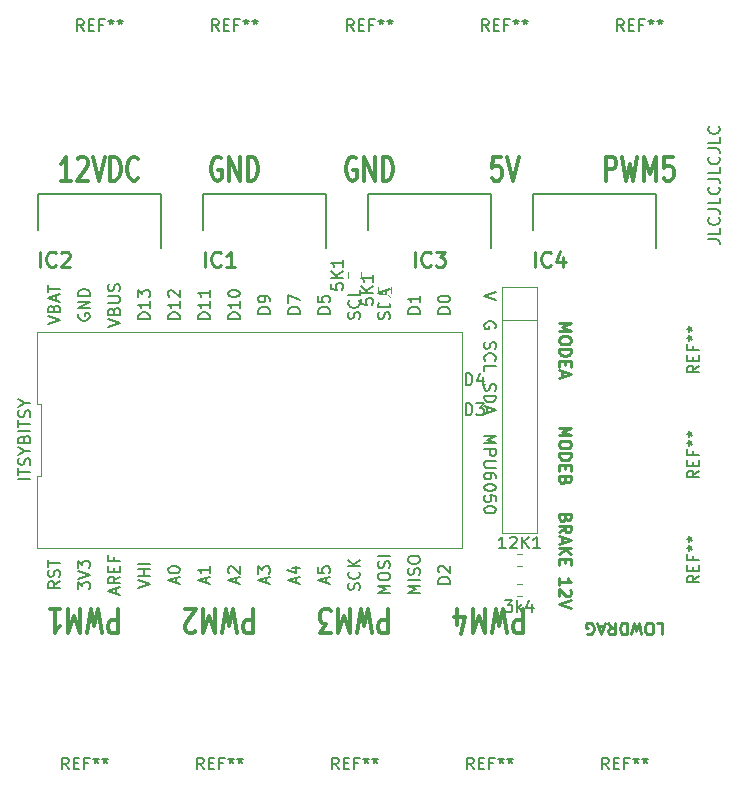
<source format=gto>
G04 #@! TF.GenerationSoftware,KiCad,Pcbnew,(5.1.10)-1*
G04 #@! TF.CreationDate,2022-02-18T16:50:56-06:00*
G04 #@! TF.ProjectId,MainBoard,4d61696e-426f-4617-9264-2e6b69636164,rev?*
G04 #@! TF.SameCoordinates,Original*
G04 #@! TF.FileFunction,Legend,Top*
G04 #@! TF.FilePolarity,Positive*
%FSLAX46Y46*%
G04 Gerber Fmt 4.6, Leading zero omitted, Abs format (unit mm)*
G04 Created by KiCad (PCBNEW (5.1.10)-1) date 2022-02-18 16:50:56*
%MOMM*%
%LPD*%
G01*
G04 APERTURE LIST*
%ADD10C,0.150000*%
%ADD11C,0.250000*%
%ADD12C,0.300000*%
%ADD13C,0.120000*%
%ADD14C,0.200000*%
%ADD15C,0.254000*%
%ADD16C,2.000000*%
%ADD17C,7.620000*%
%ADD18C,1.980000*%
%ADD19R,1.980000X1.980000*%
G04 APERTURE END LIST*
D10*
X74382380Y-33829047D02*
X75096666Y-33829047D01*
X75239523Y-33876666D01*
X75334761Y-33971904D01*
X75382380Y-34114761D01*
X75382380Y-34210000D01*
X75382380Y-32876666D02*
X75382380Y-33352857D01*
X74382380Y-33352857D01*
X75287142Y-31971904D02*
X75334761Y-32019523D01*
X75382380Y-32162380D01*
X75382380Y-32257619D01*
X75334761Y-32400476D01*
X75239523Y-32495714D01*
X75144285Y-32543333D01*
X74953809Y-32590952D01*
X74810952Y-32590952D01*
X74620476Y-32543333D01*
X74525238Y-32495714D01*
X74430000Y-32400476D01*
X74382380Y-32257619D01*
X74382380Y-32162380D01*
X74430000Y-32019523D01*
X74477619Y-31971904D01*
X74382380Y-31257619D02*
X75096666Y-31257619D01*
X75239523Y-31305238D01*
X75334761Y-31400476D01*
X75382380Y-31543333D01*
X75382380Y-31638571D01*
X75382380Y-30305238D02*
X75382380Y-30781428D01*
X74382380Y-30781428D01*
X75287142Y-29400476D02*
X75334761Y-29448095D01*
X75382380Y-29590952D01*
X75382380Y-29686190D01*
X75334761Y-29829047D01*
X75239523Y-29924285D01*
X75144285Y-29971904D01*
X74953809Y-30019523D01*
X74810952Y-30019523D01*
X74620476Y-29971904D01*
X74525238Y-29924285D01*
X74430000Y-29829047D01*
X74382380Y-29686190D01*
X74382380Y-29590952D01*
X74430000Y-29448095D01*
X74477619Y-29400476D01*
X74382380Y-28686190D02*
X75096666Y-28686190D01*
X75239523Y-28733809D01*
X75334761Y-28829047D01*
X75382380Y-28971904D01*
X75382380Y-29067142D01*
X75382380Y-27733809D02*
X75382380Y-28210000D01*
X74382380Y-28210000D01*
X75287142Y-26829047D02*
X75334761Y-26876666D01*
X75382380Y-27019523D01*
X75382380Y-27114761D01*
X75334761Y-27257619D01*
X75239523Y-27352857D01*
X75144285Y-27400476D01*
X74953809Y-27448095D01*
X74810952Y-27448095D01*
X74620476Y-27400476D01*
X74525238Y-27352857D01*
X74430000Y-27257619D01*
X74382380Y-27114761D01*
X74382380Y-27019523D01*
X74430000Y-26876666D01*
X74477619Y-26829047D01*
X74382380Y-26114761D02*
X75096666Y-26114761D01*
X75239523Y-26162380D01*
X75334761Y-26257619D01*
X75382380Y-26400476D01*
X75382380Y-26495714D01*
X75382380Y-25162380D02*
X75382380Y-25638571D01*
X74382380Y-25638571D01*
X75287142Y-24257619D02*
X75334761Y-24305238D01*
X75382380Y-24448095D01*
X75382380Y-24543333D01*
X75334761Y-24686190D01*
X75239523Y-24781428D01*
X75144285Y-24829047D01*
X74953809Y-24876666D01*
X74810952Y-24876666D01*
X74620476Y-24829047D01*
X74525238Y-24781428D01*
X74430000Y-24686190D01*
X74382380Y-24543333D01*
X74382380Y-24448095D01*
X74430000Y-24305238D01*
X74477619Y-24257619D01*
D11*
X61777619Y-40941904D02*
X62777619Y-40941904D01*
X62063333Y-41275238D01*
X62777619Y-41608571D01*
X61777619Y-41608571D01*
X62777619Y-42275238D02*
X62777619Y-42465714D01*
X62730000Y-42560952D01*
X62634761Y-42656190D01*
X62444285Y-42703809D01*
X62110952Y-42703809D01*
X61920476Y-42656190D01*
X61825238Y-42560952D01*
X61777619Y-42465714D01*
X61777619Y-42275238D01*
X61825238Y-42180000D01*
X61920476Y-42084761D01*
X62110952Y-42037142D01*
X62444285Y-42037142D01*
X62634761Y-42084761D01*
X62730000Y-42180000D01*
X62777619Y-42275238D01*
X61777619Y-43132380D02*
X62777619Y-43132380D01*
X62777619Y-43370476D01*
X62730000Y-43513333D01*
X62634761Y-43608571D01*
X62539523Y-43656190D01*
X62349047Y-43703809D01*
X62206190Y-43703809D01*
X62015714Y-43656190D01*
X61920476Y-43608571D01*
X61825238Y-43513333D01*
X61777619Y-43370476D01*
X61777619Y-43132380D01*
X62301428Y-44132380D02*
X62301428Y-44465714D01*
X61777619Y-44608571D02*
X61777619Y-44132380D01*
X62777619Y-44132380D01*
X62777619Y-44608571D01*
X62063333Y-44989523D02*
X62063333Y-45465714D01*
X61777619Y-44894285D02*
X62777619Y-45227619D01*
X61777619Y-45560952D01*
X61777619Y-49760476D02*
X62777619Y-49760476D01*
X62063333Y-50093809D01*
X62777619Y-50427142D01*
X61777619Y-50427142D01*
X62777619Y-51093809D02*
X62777619Y-51284285D01*
X62730000Y-51379523D01*
X62634761Y-51474761D01*
X62444285Y-51522380D01*
X62110952Y-51522380D01*
X61920476Y-51474761D01*
X61825238Y-51379523D01*
X61777619Y-51284285D01*
X61777619Y-51093809D01*
X61825238Y-50998571D01*
X61920476Y-50903333D01*
X62110952Y-50855714D01*
X62444285Y-50855714D01*
X62634761Y-50903333D01*
X62730000Y-50998571D01*
X62777619Y-51093809D01*
X61777619Y-51950952D02*
X62777619Y-51950952D01*
X62777619Y-52189047D01*
X62730000Y-52331904D01*
X62634761Y-52427142D01*
X62539523Y-52474761D01*
X62349047Y-52522380D01*
X62206190Y-52522380D01*
X62015714Y-52474761D01*
X61920476Y-52427142D01*
X61825238Y-52331904D01*
X61777619Y-52189047D01*
X61777619Y-51950952D01*
X62301428Y-52950952D02*
X62301428Y-53284285D01*
X61777619Y-53427142D02*
X61777619Y-52950952D01*
X62777619Y-52950952D01*
X62777619Y-53427142D01*
X62301428Y-54189047D02*
X62253809Y-54331904D01*
X62206190Y-54379523D01*
X62110952Y-54427142D01*
X61968095Y-54427142D01*
X61872857Y-54379523D01*
X61825238Y-54331904D01*
X61777619Y-54236666D01*
X61777619Y-53855714D01*
X62777619Y-53855714D01*
X62777619Y-54189047D01*
X62730000Y-54284285D01*
X62682380Y-54331904D01*
X62587142Y-54379523D01*
X62491904Y-54379523D01*
X62396666Y-54331904D01*
X62349047Y-54284285D01*
X62301428Y-54189047D01*
X62301428Y-53855714D01*
X62301428Y-57388571D02*
X62253809Y-57531428D01*
X62206190Y-57579047D01*
X62110952Y-57626666D01*
X61968095Y-57626666D01*
X61872857Y-57579047D01*
X61825238Y-57531428D01*
X61777619Y-57436190D01*
X61777619Y-57055238D01*
X62777619Y-57055238D01*
X62777619Y-57388571D01*
X62730000Y-57483809D01*
X62682380Y-57531428D01*
X62587142Y-57579047D01*
X62491904Y-57579047D01*
X62396666Y-57531428D01*
X62349047Y-57483809D01*
X62301428Y-57388571D01*
X62301428Y-57055238D01*
X61777619Y-58626666D02*
X62253809Y-58293333D01*
X61777619Y-58055238D02*
X62777619Y-58055238D01*
X62777619Y-58436190D01*
X62730000Y-58531428D01*
X62682380Y-58579047D01*
X62587142Y-58626666D01*
X62444285Y-58626666D01*
X62349047Y-58579047D01*
X62301428Y-58531428D01*
X62253809Y-58436190D01*
X62253809Y-58055238D01*
X62063333Y-59007619D02*
X62063333Y-59483809D01*
X61777619Y-58912380D02*
X62777619Y-59245714D01*
X61777619Y-59579047D01*
X61777619Y-59912380D02*
X62777619Y-59912380D01*
X61777619Y-60483809D02*
X62349047Y-60055238D01*
X62777619Y-60483809D02*
X62206190Y-59912380D01*
X62301428Y-60912380D02*
X62301428Y-61245714D01*
X61777619Y-61388571D02*
X61777619Y-60912380D01*
X62777619Y-60912380D01*
X62777619Y-61388571D01*
X61777619Y-63102857D02*
X61777619Y-62531428D01*
X61777619Y-62817142D02*
X62777619Y-62817142D01*
X62634761Y-62721904D01*
X62539523Y-62626666D01*
X62491904Y-62531428D01*
X62682380Y-63483809D02*
X62730000Y-63531428D01*
X62777619Y-63626666D01*
X62777619Y-63864761D01*
X62730000Y-63960000D01*
X62682380Y-64007619D01*
X62587142Y-64055238D01*
X62491904Y-64055238D01*
X62349047Y-64007619D01*
X61777619Y-63436190D01*
X61777619Y-64055238D01*
X62777619Y-64340952D02*
X61777619Y-64674285D01*
X62777619Y-65007619D01*
X70024285Y-66277619D02*
X70500476Y-66277619D01*
X70500476Y-67277619D01*
X69500476Y-67277619D02*
X69310000Y-67277619D01*
X69214761Y-67230000D01*
X69119523Y-67134761D01*
X69071904Y-66944285D01*
X69071904Y-66610952D01*
X69119523Y-66420476D01*
X69214761Y-66325238D01*
X69310000Y-66277619D01*
X69500476Y-66277619D01*
X69595714Y-66325238D01*
X69690952Y-66420476D01*
X69738571Y-66610952D01*
X69738571Y-66944285D01*
X69690952Y-67134761D01*
X69595714Y-67230000D01*
X69500476Y-67277619D01*
X68738571Y-67277619D02*
X68500476Y-66277619D01*
X68310000Y-66991904D01*
X68119523Y-66277619D01*
X67881428Y-67277619D01*
X67500476Y-66277619D02*
X67500476Y-67277619D01*
X67262380Y-67277619D01*
X67119523Y-67230000D01*
X67024285Y-67134761D01*
X66976666Y-67039523D01*
X66929047Y-66849047D01*
X66929047Y-66706190D01*
X66976666Y-66515714D01*
X67024285Y-66420476D01*
X67119523Y-66325238D01*
X67262380Y-66277619D01*
X67500476Y-66277619D01*
X65929047Y-66277619D02*
X66262380Y-66753809D01*
X66500476Y-66277619D02*
X66500476Y-67277619D01*
X66119523Y-67277619D01*
X66024285Y-67230000D01*
X65976666Y-67182380D01*
X65929047Y-67087142D01*
X65929047Y-66944285D01*
X65976666Y-66849047D01*
X66024285Y-66801428D01*
X66119523Y-66753809D01*
X66500476Y-66753809D01*
X65548095Y-66563333D02*
X65071904Y-66563333D01*
X65643333Y-66277619D02*
X65310000Y-67277619D01*
X64976666Y-66277619D01*
X64119523Y-67230000D02*
X64214761Y-67277619D01*
X64357619Y-67277619D01*
X64500476Y-67230000D01*
X64595714Y-67134761D01*
X64643333Y-67039523D01*
X64690952Y-66849047D01*
X64690952Y-66706190D01*
X64643333Y-66515714D01*
X64595714Y-66420476D01*
X64500476Y-66325238D01*
X64357619Y-66277619D01*
X64262380Y-66277619D01*
X64119523Y-66325238D01*
X64071904Y-66372857D01*
X64071904Y-66706190D01*
X64262380Y-66706190D01*
D12*
X58701428Y-65135238D02*
X58701428Y-67135238D01*
X58130000Y-67135238D01*
X57987142Y-67040000D01*
X57915714Y-66944761D01*
X57844285Y-66754285D01*
X57844285Y-66468571D01*
X57915714Y-66278095D01*
X57987142Y-66182857D01*
X58130000Y-66087619D01*
X58701428Y-66087619D01*
X57344285Y-67135238D02*
X56987142Y-65135238D01*
X56701428Y-66563809D01*
X56415714Y-65135238D01*
X56058571Y-67135238D01*
X55487142Y-65135238D02*
X55487142Y-67135238D01*
X54987142Y-65706666D01*
X54487142Y-67135238D01*
X54487142Y-65135238D01*
X53130000Y-66468571D02*
X53130000Y-65135238D01*
X53487142Y-67230476D02*
X53844285Y-65801904D01*
X52915714Y-65801904D01*
X47271428Y-65135238D02*
X47271428Y-67135238D01*
X46700000Y-67135238D01*
X46557142Y-67040000D01*
X46485714Y-66944761D01*
X46414285Y-66754285D01*
X46414285Y-66468571D01*
X46485714Y-66278095D01*
X46557142Y-66182857D01*
X46700000Y-66087619D01*
X47271428Y-66087619D01*
X45914285Y-67135238D02*
X45557142Y-65135238D01*
X45271428Y-66563809D01*
X44985714Y-65135238D01*
X44628571Y-67135238D01*
X44057142Y-65135238D02*
X44057142Y-67135238D01*
X43557142Y-65706666D01*
X43057142Y-67135238D01*
X43057142Y-65135238D01*
X42485714Y-67135238D02*
X41557142Y-67135238D01*
X42057142Y-66373333D01*
X41842857Y-66373333D01*
X41700000Y-66278095D01*
X41628571Y-66182857D01*
X41557142Y-65992380D01*
X41557142Y-65516190D01*
X41628571Y-65325714D01*
X41700000Y-65230476D01*
X41842857Y-65135238D01*
X42271428Y-65135238D01*
X42414285Y-65230476D01*
X42485714Y-65325714D01*
X35841428Y-65135238D02*
X35841428Y-67135238D01*
X35270000Y-67135238D01*
X35127142Y-67040000D01*
X35055714Y-66944761D01*
X34984285Y-66754285D01*
X34984285Y-66468571D01*
X35055714Y-66278095D01*
X35127142Y-66182857D01*
X35270000Y-66087619D01*
X35841428Y-66087619D01*
X34484285Y-67135238D02*
X34127142Y-65135238D01*
X33841428Y-66563809D01*
X33555714Y-65135238D01*
X33198571Y-67135238D01*
X32627142Y-65135238D02*
X32627142Y-67135238D01*
X32127142Y-65706666D01*
X31627142Y-67135238D01*
X31627142Y-65135238D01*
X30984285Y-66944761D02*
X30912857Y-67040000D01*
X30770000Y-67135238D01*
X30412857Y-67135238D01*
X30270000Y-67040000D01*
X30198571Y-66944761D01*
X30127142Y-66754285D01*
X30127142Y-66563809D01*
X30198571Y-66278095D01*
X31055714Y-65135238D01*
X30127142Y-65135238D01*
X24411428Y-65135238D02*
X24411428Y-67135238D01*
X23840000Y-67135238D01*
X23697142Y-67040000D01*
X23625714Y-66944761D01*
X23554285Y-66754285D01*
X23554285Y-66468571D01*
X23625714Y-66278095D01*
X23697142Y-66182857D01*
X23840000Y-66087619D01*
X24411428Y-66087619D01*
X23054285Y-67135238D02*
X22697142Y-65135238D01*
X22411428Y-66563809D01*
X22125714Y-65135238D01*
X21768571Y-67135238D01*
X21197142Y-65135238D02*
X21197142Y-67135238D01*
X20697142Y-65706666D01*
X20197142Y-67135238D01*
X20197142Y-65135238D01*
X18697142Y-65135238D02*
X19554285Y-65135238D01*
X19125714Y-65135238D02*
X19125714Y-67135238D01*
X19268571Y-66849523D01*
X19411428Y-66659047D01*
X19554285Y-66563809D01*
X65758571Y-28844761D02*
X65758571Y-26844761D01*
X66330000Y-26844761D01*
X66472857Y-26940000D01*
X66544285Y-27035238D01*
X66615714Y-27225714D01*
X66615714Y-27511428D01*
X66544285Y-27701904D01*
X66472857Y-27797142D01*
X66330000Y-27892380D01*
X65758571Y-27892380D01*
X67115714Y-26844761D02*
X67472857Y-28844761D01*
X67758571Y-27416190D01*
X68044285Y-28844761D01*
X68401428Y-26844761D01*
X68972857Y-28844761D02*
X68972857Y-26844761D01*
X69472857Y-28273333D01*
X69972857Y-26844761D01*
X69972857Y-28844761D01*
X71401428Y-26844761D02*
X70687142Y-26844761D01*
X70615714Y-27797142D01*
X70687142Y-27701904D01*
X70830000Y-27606666D01*
X71187142Y-27606666D01*
X71330000Y-27701904D01*
X71401428Y-27797142D01*
X71472857Y-27987619D01*
X71472857Y-28463809D01*
X71401428Y-28654285D01*
X71330000Y-28749523D01*
X71187142Y-28844761D01*
X70830000Y-28844761D01*
X70687142Y-28749523D01*
X70615714Y-28654285D01*
X56864285Y-26844761D02*
X56150000Y-26844761D01*
X56078571Y-27797142D01*
X56150000Y-27701904D01*
X56292857Y-27606666D01*
X56650000Y-27606666D01*
X56792857Y-27701904D01*
X56864285Y-27797142D01*
X56935714Y-27987619D01*
X56935714Y-28463809D01*
X56864285Y-28654285D01*
X56792857Y-28749523D01*
X56650000Y-28844761D01*
X56292857Y-28844761D01*
X56150000Y-28749523D01*
X56078571Y-28654285D01*
X57364285Y-26844761D02*
X57864285Y-28844761D01*
X58364285Y-26844761D01*
X44577142Y-26940000D02*
X44434285Y-26844761D01*
X44220000Y-26844761D01*
X44005714Y-26940000D01*
X43862857Y-27130476D01*
X43791428Y-27320952D01*
X43720000Y-27701904D01*
X43720000Y-27987619D01*
X43791428Y-28368571D01*
X43862857Y-28559047D01*
X44005714Y-28749523D01*
X44220000Y-28844761D01*
X44362857Y-28844761D01*
X44577142Y-28749523D01*
X44648571Y-28654285D01*
X44648571Y-27987619D01*
X44362857Y-27987619D01*
X45291428Y-28844761D02*
X45291428Y-26844761D01*
X46148571Y-28844761D01*
X46148571Y-26844761D01*
X46862857Y-28844761D02*
X46862857Y-26844761D01*
X47220000Y-26844761D01*
X47434285Y-26940000D01*
X47577142Y-27130476D01*
X47648571Y-27320952D01*
X47720000Y-27701904D01*
X47720000Y-27987619D01*
X47648571Y-28368571D01*
X47577142Y-28559047D01*
X47434285Y-28749523D01*
X47220000Y-28844761D01*
X46862857Y-28844761D01*
X33147142Y-26940000D02*
X33004285Y-26844761D01*
X32790000Y-26844761D01*
X32575714Y-26940000D01*
X32432857Y-27130476D01*
X32361428Y-27320952D01*
X32290000Y-27701904D01*
X32290000Y-27987619D01*
X32361428Y-28368571D01*
X32432857Y-28559047D01*
X32575714Y-28749523D01*
X32790000Y-28844761D01*
X32932857Y-28844761D01*
X33147142Y-28749523D01*
X33218571Y-28654285D01*
X33218571Y-27987619D01*
X32932857Y-27987619D01*
X33861428Y-28844761D02*
X33861428Y-26844761D01*
X34718571Y-28844761D01*
X34718571Y-26844761D01*
X35432857Y-28844761D02*
X35432857Y-26844761D01*
X35790000Y-26844761D01*
X36004285Y-26940000D01*
X36147142Y-27130476D01*
X36218571Y-27320952D01*
X36290000Y-27701904D01*
X36290000Y-27987619D01*
X36218571Y-28368571D01*
X36147142Y-28559047D01*
X36004285Y-28749523D01*
X35790000Y-28844761D01*
X35432857Y-28844761D01*
X20431428Y-28844761D02*
X19574285Y-28844761D01*
X20002857Y-28844761D02*
X20002857Y-26844761D01*
X19860000Y-27130476D01*
X19717142Y-27320952D01*
X19574285Y-27416190D01*
X21002857Y-27035238D02*
X21074285Y-26940000D01*
X21217142Y-26844761D01*
X21574285Y-26844761D01*
X21717142Y-26940000D01*
X21788571Y-27035238D01*
X21860000Y-27225714D01*
X21860000Y-27416190D01*
X21788571Y-27701904D01*
X20931428Y-28844761D01*
X21860000Y-28844761D01*
X22288571Y-26844761D02*
X22788571Y-28844761D01*
X23288571Y-26844761D01*
X23788571Y-28844761D02*
X23788571Y-26844761D01*
X24145714Y-26844761D01*
X24360000Y-26940000D01*
X24502857Y-27130476D01*
X24574285Y-27320952D01*
X24645714Y-27701904D01*
X24645714Y-27987619D01*
X24574285Y-28368571D01*
X24502857Y-28559047D01*
X24360000Y-28749523D01*
X24145714Y-28844761D01*
X23788571Y-28844761D01*
X26145714Y-28654285D02*
X26074285Y-28749523D01*
X25860000Y-28844761D01*
X25717142Y-28844761D01*
X25502857Y-28749523D01*
X25360000Y-28559047D01*
X25288571Y-28368571D01*
X25217142Y-27987619D01*
X25217142Y-27701904D01*
X25288571Y-27320952D01*
X25360000Y-27130476D01*
X25502857Y-26940000D01*
X25717142Y-26844761D01*
X25860000Y-26844761D01*
X26074285Y-26940000D01*
X26145714Y-27035238D01*
D13*
X59920000Y-37870000D02*
X59920000Y-58650000D01*
X59920000Y-58650000D02*
X56920000Y-58650000D01*
X56920000Y-58650000D02*
X56920000Y-37870000D01*
X56920000Y-37870000D02*
X59920000Y-37870000D01*
X59920000Y-40640000D02*
X56920000Y-40640000D01*
X58657258Y-64022500D02*
X58182742Y-64022500D01*
X58657258Y-62977500D02*
X58182742Y-62977500D01*
X58182742Y-60437500D02*
X58657258Y-60437500D01*
X58182742Y-61482500D02*
X58657258Y-61482500D01*
D14*
X45610000Y-29950000D02*
X45610000Y-33020000D01*
X56010000Y-29950000D02*
X45610000Y-29950000D01*
X56010000Y-34550000D02*
X56010000Y-29950000D01*
X17670000Y-29950000D02*
X17670000Y-33020000D01*
X28070000Y-29950000D02*
X17670000Y-29950000D01*
X28070000Y-34550000D02*
X28070000Y-29950000D01*
D13*
X17550000Y-53839999D02*
X17550000Y-59919999D01*
X17910000Y-53839999D02*
X17550000Y-53839999D01*
X17910000Y-47760000D02*
X17910000Y-53839999D01*
X17550000Y-47760000D02*
X17910000Y-47760000D01*
X17550000Y-41680000D02*
X17550000Y-47760000D01*
X53570000Y-41680001D02*
X17550000Y-41680000D01*
X53570000Y-59920000D02*
X53570000Y-41680001D01*
X17550000Y-59919999D02*
X53570000Y-59920000D01*
D14*
X59580000Y-29950000D02*
X59580000Y-33020000D01*
X69980000Y-29950000D02*
X59580000Y-29950000D01*
X69980000Y-34550000D02*
X69980000Y-29950000D01*
X31640000Y-29950000D02*
X31640000Y-33020000D01*
X42040000Y-29950000D02*
X31640000Y-29950000D01*
X42040000Y-34550000D02*
X42040000Y-29950000D01*
D13*
X43927500Y-37067258D02*
X43927500Y-36592742D01*
X44972500Y-37067258D02*
X44972500Y-36592742D01*
X46467500Y-38337258D02*
X46467500Y-37862742D01*
X47512500Y-38337258D02*
X47512500Y-37862742D01*
D10*
X56427619Y-38292738D02*
X55427619Y-38626071D01*
X56427619Y-38959404D01*
X56380000Y-41340357D02*
X56427619Y-41245119D01*
X56427619Y-41102261D01*
X56380000Y-40959404D01*
X56284761Y-40864166D01*
X56189523Y-40816547D01*
X55999047Y-40768928D01*
X55856190Y-40768928D01*
X55665714Y-40816547D01*
X55570476Y-40864166D01*
X55475238Y-40959404D01*
X55427619Y-41102261D01*
X55427619Y-41197500D01*
X55475238Y-41340357D01*
X55522857Y-41387976D01*
X55856190Y-41387976D01*
X55856190Y-41197500D01*
X55475238Y-42530833D02*
X55427619Y-42673690D01*
X55427619Y-42911785D01*
X55475238Y-43007023D01*
X55522857Y-43054642D01*
X55618095Y-43102261D01*
X55713333Y-43102261D01*
X55808571Y-43054642D01*
X55856190Y-43007023D01*
X55903809Y-42911785D01*
X55951428Y-42721309D01*
X55999047Y-42626071D01*
X56046666Y-42578452D01*
X56141904Y-42530833D01*
X56237142Y-42530833D01*
X56332380Y-42578452D01*
X56380000Y-42626071D01*
X56427619Y-42721309D01*
X56427619Y-42959404D01*
X56380000Y-43102261D01*
X55522857Y-44102261D02*
X55475238Y-44054642D01*
X55427619Y-43911785D01*
X55427619Y-43816547D01*
X55475238Y-43673690D01*
X55570476Y-43578452D01*
X55665714Y-43530833D01*
X55856190Y-43483214D01*
X55999047Y-43483214D01*
X56189523Y-43530833D01*
X56284761Y-43578452D01*
X56380000Y-43673690D01*
X56427619Y-43816547D01*
X56427619Y-43911785D01*
X56380000Y-44054642D01*
X56332380Y-44102261D01*
X55427619Y-45007023D02*
X55427619Y-44530833D01*
X56427619Y-44530833D01*
X55475238Y-46054642D02*
X55427619Y-46197500D01*
X55427619Y-46435595D01*
X55475238Y-46530833D01*
X55522857Y-46578452D01*
X55618095Y-46626071D01*
X55713333Y-46626071D01*
X55808571Y-46578452D01*
X55856190Y-46530833D01*
X55903809Y-46435595D01*
X55951428Y-46245119D01*
X55999047Y-46149880D01*
X56046666Y-46102261D01*
X56141904Y-46054642D01*
X56237142Y-46054642D01*
X56332380Y-46102261D01*
X56380000Y-46149880D01*
X56427619Y-46245119D01*
X56427619Y-46483214D01*
X56380000Y-46626071D01*
X55427619Y-47054642D02*
X56427619Y-47054642D01*
X56427619Y-47292738D01*
X56380000Y-47435595D01*
X56284761Y-47530833D01*
X56189523Y-47578452D01*
X55999047Y-47626071D01*
X55856190Y-47626071D01*
X55665714Y-47578452D01*
X55570476Y-47530833D01*
X55475238Y-47435595D01*
X55427619Y-47292738D01*
X55427619Y-47054642D01*
X55713333Y-48007023D02*
X55713333Y-48483214D01*
X55427619Y-47911785D02*
X56427619Y-48245119D01*
X55427619Y-48578452D01*
X55427619Y-50435595D02*
X56427619Y-50435595D01*
X55713333Y-50768928D01*
X56427619Y-51102261D01*
X55427619Y-51102261D01*
X55427619Y-51578452D02*
X56427619Y-51578452D01*
X56427619Y-51959404D01*
X56380000Y-52054642D01*
X56332380Y-52102261D01*
X56237142Y-52149880D01*
X56094285Y-52149880D01*
X55999047Y-52102261D01*
X55951428Y-52054642D01*
X55903809Y-51959404D01*
X55903809Y-51578452D01*
X56427619Y-52578452D02*
X55618095Y-52578452D01*
X55522857Y-52626071D01*
X55475238Y-52673690D01*
X55427619Y-52768928D01*
X55427619Y-52959404D01*
X55475238Y-53054642D01*
X55522857Y-53102261D01*
X55618095Y-53149880D01*
X56427619Y-53149880D01*
X56427619Y-54054642D02*
X56427619Y-53864166D01*
X56380000Y-53768928D01*
X56332380Y-53721309D01*
X56189523Y-53626071D01*
X55999047Y-53578452D01*
X55618095Y-53578452D01*
X55522857Y-53626071D01*
X55475238Y-53673690D01*
X55427619Y-53768928D01*
X55427619Y-53959404D01*
X55475238Y-54054642D01*
X55522857Y-54102261D01*
X55618095Y-54149880D01*
X55856190Y-54149880D01*
X55951428Y-54102261D01*
X55999047Y-54054642D01*
X56046666Y-53959404D01*
X56046666Y-53768928D01*
X55999047Y-53673690D01*
X55951428Y-53626071D01*
X55856190Y-53578452D01*
X56427619Y-54768928D02*
X56427619Y-54864166D01*
X56380000Y-54959404D01*
X56332380Y-55007023D01*
X56237142Y-55054642D01*
X56046666Y-55102261D01*
X55808571Y-55102261D01*
X55618095Y-55054642D01*
X55522857Y-55007023D01*
X55475238Y-54959404D01*
X55427619Y-54864166D01*
X55427619Y-54768928D01*
X55475238Y-54673690D01*
X55522857Y-54626071D01*
X55618095Y-54578452D01*
X55808571Y-54530833D01*
X56046666Y-54530833D01*
X56237142Y-54578452D01*
X56332380Y-54626071D01*
X56380000Y-54673690D01*
X56427619Y-54768928D01*
X56427619Y-56007023D02*
X56427619Y-55530833D01*
X55951428Y-55483214D01*
X55999047Y-55530833D01*
X56046666Y-55626071D01*
X56046666Y-55864166D01*
X55999047Y-55959404D01*
X55951428Y-56007023D01*
X55856190Y-56054642D01*
X55618095Y-56054642D01*
X55522857Y-56007023D01*
X55475238Y-55959404D01*
X55427619Y-55864166D01*
X55427619Y-55626071D01*
X55475238Y-55530833D01*
X55522857Y-55483214D01*
X56427619Y-56673690D02*
X56427619Y-56768928D01*
X56380000Y-56864166D01*
X56332380Y-56911785D01*
X56237142Y-56959404D01*
X56046666Y-57007023D01*
X55808571Y-57007023D01*
X55618095Y-56959404D01*
X55522857Y-56911785D01*
X55475238Y-56864166D01*
X55427619Y-56768928D01*
X55427619Y-56673690D01*
X55475238Y-56578452D01*
X55522857Y-56530833D01*
X55618095Y-56483214D01*
X55808571Y-56435595D01*
X56046666Y-56435595D01*
X56237142Y-56483214D01*
X56332380Y-56530833D01*
X56380000Y-56578452D01*
X56427619Y-56673690D01*
X57205714Y-64382380D02*
X57824761Y-64382380D01*
X57491428Y-64763333D01*
X57634285Y-64763333D01*
X57729523Y-64810952D01*
X57777142Y-64858571D01*
X57824761Y-64953809D01*
X57824761Y-65191904D01*
X57777142Y-65287142D01*
X57729523Y-65334761D01*
X57634285Y-65382380D01*
X57348571Y-65382380D01*
X57253333Y-65334761D01*
X57205714Y-65287142D01*
X58253333Y-65382380D02*
X58253333Y-64382380D01*
X58348571Y-65001428D02*
X58634285Y-65382380D01*
X58634285Y-64715714D02*
X58253333Y-65096666D01*
X59491428Y-64715714D02*
X59491428Y-65382380D01*
X59253333Y-64334761D02*
X59015238Y-65049047D01*
X59634285Y-65049047D01*
X57253333Y-59982380D02*
X56681904Y-59982380D01*
X56967619Y-59982380D02*
X56967619Y-58982380D01*
X56872380Y-59125238D01*
X56777142Y-59220476D01*
X56681904Y-59268095D01*
X57634285Y-59077619D02*
X57681904Y-59030000D01*
X57777142Y-58982380D01*
X58015238Y-58982380D01*
X58110476Y-59030000D01*
X58158095Y-59077619D01*
X58205714Y-59172857D01*
X58205714Y-59268095D01*
X58158095Y-59410952D01*
X57586666Y-59982380D01*
X58205714Y-59982380D01*
X58634285Y-59982380D02*
X58634285Y-58982380D01*
X59205714Y-59982380D02*
X58777142Y-59410952D01*
X59205714Y-58982380D02*
X58634285Y-59553809D01*
X60158095Y-59982380D02*
X59586666Y-59982380D01*
X59872380Y-59982380D02*
X59872380Y-58982380D01*
X59777142Y-59125238D01*
X59681904Y-59220476D01*
X59586666Y-59268095D01*
X73612380Y-44513333D02*
X73136190Y-44846666D01*
X73612380Y-45084761D02*
X72612380Y-45084761D01*
X72612380Y-44703809D01*
X72660000Y-44608571D01*
X72707619Y-44560952D01*
X72802857Y-44513333D01*
X72945714Y-44513333D01*
X73040952Y-44560952D01*
X73088571Y-44608571D01*
X73136190Y-44703809D01*
X73136190Y-45084761D01*
X73088571Y-44084761D02*
X73088571Y-43751428D01*
X73612380Y-43608571D02*
X73612380Y-44084761D01*
X72612380Y-44084761D01*
X72612380Y-43608571D01*
X73088571Y-42846666D02*
X73088571Y-43180000D01*
X73612380Y-43180000D02*
X72612380Y-43180000D01*
X72612380Y-42703809D01*
X72612380Y-42180000D02*
X72850476Y-42180000D01*
X72755238Y-42418095D02*
X72850476Y-42180000D01*
X72755238Y-41941904D01*
X73040952Y-42322857D02*
X72850476Y-42180000D01*
X73040952Y-42037142D01*
X72612380Y-41418095D02*
X72850476Y-41418095D01*
X72755238Y-41656190D02*
X72850476Y-41418095D01*
X72755238Y-41180000D01*
X73040952Y-41560952D02*
X72850476Y-41418095D01*
X73040952Y-41275238D01*
D15*
X49560238Y-36134523D02*
X49560238Y-34864523D01*
X50890714Y-36013571D02*
X50830238Y-36074047D01*
X50648809Y-36134523D01*
X50527857Y-36134523D01*
X50346428Y-36074047D01*
X50225476Y-35953095D01*
X50165000Y-35832142D01*
X50104523Y-35590238D01*
X50104523Y-35408809D01*
X50165000Y-35166904D01*
X50225476Y-35045952D01*
X50346428Y-34925000D01*
X50527857Y-34864523D01*
X50648809Y-34864523D01*
X50830238Y-34925000D01*
X50890714Y-34985476D01*
X51314047Y-34864523D02*
X52100238Y-34864523D01*
X51676904Y-35348333D01*
X51858333Y-35348333D01*
X51979285Y-35408809D01*
X52039761Y-35469285D01*
X52100238Y-35590238D01*
X52100238Y-35892619D01*
X52039761Y-36013571D01*
X51979285Y-36074047D01*
X51858333Y-36134523D01*
X51495476Y-36134523D01*
X51374523Y-36074047D01*
X51314047Y-36013571D01*
X17810238Y-36134523D02*
X17810238Y-34864523D01*
X19140714Y-36013571D02*
X19080238Y-36074047D01*
X18898809Y-36134523D01*
X18777857Y-36134523D01*
X18596428Y-36074047D01*
X18475476Y-35953095D01*
X18415000Y-35832142D01*
X18354523Y-35590238D01*
X18354523Y-35408809D01*
X18415000Y-35166904D01*
X18475476Y-35045952D01*
X18596428Y-34925000D01*
X18777857Y-34864523D01*
X18898809Y-34864523D01*
X19080238Y-34925000D01*
X19140714Y-34985476D01*
X19624523Y-34985476D02*
X19685000Y-34925000D01*
X19805952Y-34864523D01*
X20108333Y-34864523D01*
X20229285Y-34925000D01*
X20289761Y-34985476D01*
X20350238Y-35106428D01*
X20350238Y-35227380D01*
X20289761Y-35408809D01*
X19564047Y-36134523D01*
X20350238Y-36134523D01*
D10*
X73612380Y-53403333D02*
X73136190Y-53736666D01*
X73612380Y-53974761D02*
X72612380Y-53974761D01*
X72612380Y-53593809D01*
X72660000Y-53498571D01*
X72707619Y-53450952D01*
X72802857Y-53403333D01*
X72945714Y-53403333D01*
X73040952Y-53450952D01*
X73088571Y-53498571D01*
X73136190Y-53593809D01*
X73136190Y-53974761D01*
X73088571Y-52974761D02*
X73088571Y-52641428D01*
X73612380Y-52498571D02*
X73612380Y-52974761D01*
X72612380Y-52974761D01*
X72612380Y-52498571D01*
X73088571Y-51736666D02*
X73088571Y-52070000D01*
X73612380Y-52070000D02*
X72612380Y-52070000D01*
X72612380Y-51593809D01*
X72612380Y-51070000D02*
X72850476Y-51070000D01*
X72755238Y-51308095D02*
X72850476Y-51070000D01*
X72755238Y-50831904D01*
X73040952Y-51212857D02*
X72850476Y-51070000D01*
X73040952Y-50927142D01*
X72612380Y-50308095D02*
X72850476Y-50308095D01*
X72755238Y-50546190D02*
X72850476Y-50308095D01*
X72755238Y-50070000D01*
X73040952Y-50450952D02*
X72850476Y-50308095D01*
X73040952Y-50165238D01*
X73612380Y-62293333D02*
X73136190Y-62626666D01*
X73612380Y-62864761D02*
X72612380Y-62864761D01*
X72612380Y-62483809D01*
X72660000Y-62388571D01*
X72707619Y-62340952D01*
X72802857Y-62293333D01*
X72945714Y-62293333D01*
X73040952Y-62340952D01*
X73088571Y-62388571D01*
X73136190Y-62483809D01*
X73136190Y-62864761D01*
X73088571Y-61864761D02*
X73088571Y-61531428D01*
X73612380Y-61388571D02*
X73612380Y-61864761D01*
X72612380Y-61864761D01*
X72612380Y-61388571D01*
X73088571Y-60626666D02*
X73088571Y-60960000D01*
X73612380Y-60960000D02*
X72612380Y-60960000D01*
X72612380Y-60483809D01*
X72612380Y-59960000D02*
X72850476Y-59960000D01*
X72755238Y-60198095D02*
X72850476Y-59960000D01*
X72755238Y-59721904D01*
X73040952Y-60102857D02*
X72850476Y-59960000D01*
X73040952Y-59817142D01*
X72612380Y-59198095D02*
X72850476Y-59198095D01*
X72755238Y-59436190D02*
X72850476Y-59198095D01*
X72755238Y-58960000D01*
X73040952Y-59340952D02*
X72850476Y-59198095D01*
X73040952Y-59055238D01*
X65976666Y-78692380D02*
X65643333Y-78216190D01*
X65405238Y-78692380D02*
X65405238Y-77692380D01*
X65786190Y-77692380D01*
X65881428Y-77740000D01*
X65929047Y-77787619D01*
X65976666Y-77882857D01*
X65976666Y-78025714D01*
X65929047Y-78120952D01*
X65881428Y-78168571D01*
X65786190Y-78216190D01*
X65405238Y-78216190D01*
X66405238Y-78168571D02*
X66738571Y-78168571D01*
X66881428Y-78692380D02*
X66405238Y-78692380D01*
X66405238Y-77692380D01*
X66881428Y-77692380D01*
X67643333Y-78168571D02*
X67310000Y-78168571D01*
X67310000Y-78692380D02*
X67310000Y-77692380D01*
X67786190Y-77692380D01*
X68310000Y-77692380D02*
X68310000Y-77930476D01*
X68071904Y-77835238D02*
X68310000Y-77930476D01*
X68548095Y-77835238D01*
X68167142Y-78120952D02*
X68310000Y-77930476D01*
X68452857Y-78120952D01*
X69071904Y-77692380D02*
X69071904Y-77930476D01*
X68833809Y-77835238D02*
X69071904Y-77930476D01*
X69310000Y-77835238D01*
X68929047Y-78120952D02*
X69071904Y-77930476D01*
X69214761Y-78120952D01*
X54546666Y-78692380D02*
X54213333Y-78216190D01*
X53975238Y-78692380D02*
X53975238Y-77692380D01*
X54356190Y-77692380D01*
X54451428Y-77740000D01*
X54499047Y-77787619D01*
X54546666Y-77882857D01*
X54546666Y-78025714D01*
X54499047Y-78120952D01*
X54451428Y-78168571D01*
X54356190Y-78216190D01*
X53975238Y-78216190D01*
X54975238Y-78168571D02*
X55308571Y-78168571D01*
X55451428Y-78692380D02*
X54975238Y-78692380D01*
X54975238Y-77692380D01*
X55451428Y-77692380D01*
X56213333Y-78168571D02*
X55880000Y-78168571D01*
X55880000Y-78692380D02*
X55880000Y-77692380D01*
X56356190Y-77692380D01*
X56880000Y-77692380D02*
X56880000Y-77930476D01*
X56641904Y-77835238D02*
X56880000Y-77930476D01*
X57118095Y-77835238D01*
X56737142Y-78120952D02*
X56880000Y-77930476D01*
X57022857Y-78120952D01*
X57641904Y-77692380D02*
X57641904Y-77930476D01*
X57403809Y-77835238D02*
X57641904Y-77930476D01*
X57880000Y-77835238D01*
X57499047Y-78120952D02*
X57641904Y-77930476D01*
X57784761Y-78120952D01*
X43116666Y-78692380D02*
X42783333Y-78216190D01*
X42545238Y-78692380D02*
X42545238Y-77692380D01*
X42926190Y-77692380D01*
X43021428Y-77740000D01*
X43069047Y-77787619D01*
X43116666Y-77882857D01*
X43116666Y-78025714D01*
X43069047Y-78120952D01*
X43021428Y-78168571D01*
X42926190Y-78216190D01*
X42545238Y-78216190D01*
X43545238Y-78168571D02*
X43878571Y-78168571D01*
X44021428Y-78692380D02*
X43545238Y-78692380D01*
X43545238Y-77692380D01*
X44021428Y-77692380D01*
X44783333Y-78168571D02*
X44450000Y-78168571D01*
X44450000Y-78692380D02*
X44450000Y-77692380D01*
X44926190Y-77692380D01*
X45450000Y-77692380D02*
X45450000Y-77930476D01*
X45211904Y-77835238D02*
X45450000Y-77930476D01*
X45688095Y-77835238D01*
X45307142Y-78120952D02*
X45450000Y-77930476D01*
X45592857Y-78120952D01*
X46211904Y-77692380D02*
X46211904Y-77930476D01*
X45973809Y-77835238D02*
X46211904Y-77930476D01*
X46450000Y-77835238D01*
X46069047Y-78120952D02*
X46211904Y-77930476D01*
X46354761Y-78120952D01*
X31686666Y-78692380D02*
X31353333Y-78216190D01*
X31115238Y-78692380D02*
X31115238Y-77692380D01*
X31496190Y-77692380D01*
X31591428Y-77740000D01*
X31639047Y-77787619D01*
X31686666Y-77882857D01*
X31686666Y-78025714D01*
X31639047Y-78120952D01*
X31591428Y-78168571D01*
X31496190Y-78216190D01*
X31115238Y-78216190D01*
X32115238Y-78168571D02*
X32448571Y-78168571D01*
X32591428Y-78692380D02*
X32115238Y-78692380D01*
X32115238Y-77692380D01*
X32591428Y-77692380D01*
X33353333Y-78168571D02*
X33020000Y-78168571D01*
X33020000Y-78692380D02*
X33020000Y-77692380D01*
X33496190Y-77692380D01*
X34020000Y-77692380D02*
X34020000Y-77930476D01*
X33781904Y-77835238D02*
X34020000Y-77930476D01*
X34258095Y-77835238D01*
X33877142Y-78120952D02*
X34020000Y-77930476D01*
X34162857Y-78120952D01*
X34781904Y-77692380D02*
X34781904Y-77930476D01*
X34543809Y-77835238D02*
X34781904Y-77930476D01*
X35020000Y-77835238D01*
X34639047Y-78120952D02*
X34781904Y-77930476D01*
X34924761Y-78120952D01*
X20256666Y-78692380D02*
X19923333Y-78216190D01*
X19685238Y-78692380D02*
X19685238Y-77692380D01*
X20066190Y-77692380D01*
X20161428Y-77740000D01*
X20209047Y-77787619D01*
X20256666Y-77882857D01*
X20256666Y-78025714D01*
X20209047Y-78120952D01*
X20161428Y-78168571D01*
X20066190Y-78216190D01*
X19685238Y-78216190D01*
X20685238Y-78168571D02*
X21018571Y-78168571D01*
X21161428Y-78692380D02*
X20685238Y-78692380D01*
X20685238Y-77692380D01*
X21161428Y-77692380D01*
X21923333Y-78168571D02*
X21590000Y-78168571D01*
X21590000Y-78692380D02*
X21590000Y-77692380D01*
X22066190Y-77692380D01*
X22590000Y-77692380D02*
X22590000Y-77930476D01*
X22351904Y-77835238D02*
X22590000Y-77930476D01*
X22828095Y-77835238D01*
X22447142Y-78120952D02*
X22590000Y-77930476D01*
X22732857Y-78120952D01*
X23351904Y-77692380D02*
X23351904Y-77930476D01*
X23113809Y-77835238D02*
X23351904Y-77930476D01*
X23590000Y-77835238D01*
X23209047Y-78120952D02*
X23351904Y-77930476D01*
X23494761Y-78120952D01*
X67246666Y-16192380D02*
X66913333Y-15716190D01*
X66675238Y-16192380D02*
X66675238Y-15192380D01*
X67056190Y-15192380D01*
X67151428Y-15240000D01*
X67199047Y-15287619D01*
X67246666Y-15382857D01*
X67246666Y-15525714D01*
X67199047Y-15620952D01*
X67151428Y-15668571D01*
X67056190Y-15716190D01*
X66675238Y-15716190D01*
X67675238Y-15668571D02*
X68008571Y-15668571D01*
X68151428Y-16192380D02*
X67675238Y-16192380D01*
X67675238Y-15192380D01*
X68151428Y-15192380D01*
X68913333Y-15668571D02*
X68580000Y-15668571D01*
X68580000Y-16192380D02*
X68580000Y-15192380D01*
X69056190Y-15192380D01*
X69580000Y-15192380D02*
X69580000Y-15430476D01*
X69341904Y-15335238D02*
X69580000Y-15430476D01*
X69818095Y-15335238D01*
X69437142Y-15620952D02*
X69580000Y-15430476D01*
X69722857Y-15620952D01*
X70341904Y-15192380D02*
X70341904Y-15430476D01*
X70103809Y-15335238D02*
X70341904Y-15430476D01*
X70580000Y-15335238D01*
X70199047Y-15620952D02*
X70341904Y-15430476D01*
X70484761Y-15620952D01*
X55816666Y-16192380D02*
X55483333Y-15716190D01*
X55245238Y-16192380D02*
X55245238Y-15192380D01*
X55626190Y-15192380D01*
X55721428Y-15240000D01*
X55769047Y-15287619D01*
X55816666Y-15382857D01*
X55816666Y-15525714D01*
X55769047Y-15620952D01*
X55721428Y-15668571D01*
X55626190Y-15716190D01*
X55245238Y-15716190D01*
X56245238Y-15668571D02*
X56578571Y-15668571D01*
X56721428Y-16192380D02*
X56245238Y-16192380D01*
X56245238Y-15192380D01*
X56721428Y-15192380D01*
X57483333Y-15668571D02*
X57150000Y-15668571D01*
X57150000Y-16192380D02*
X57150000Y-15192380D01*
X57626190Y-15192380D01*
X58150000Y-15192380D02*
X58150000Y-15430476D01*
X57911904Y-15335238D02*
X58150000Y-15430476D01*
X58388095Y-15335238D01*
X58007142Y-15620952D02*
X58150000Y-15430476D01*
X58292857Y-15620952D01*
X58911904Y-15192380D02*
X58911904Y-15430476D01*
X58673809Y-15335238D02*
X58911904Y-15430476D01*
X59150000Y-15335238D01*
X58769047Y-15620952D02*
X58911904Y-15430476D01*
X59054761Y-15620952D01*
X44386666Y-16192380D02*
X44053333Y-15716190D01*
X43815238Y-16192380D02*
X43815238Y-15192380D01*
X44196190Y-15192380D01*
X44291428Y-15240000D01*
X44339047Y-15287619D01*
X44386666Y-15382857D01*
X44386666Y-15525714D01*
X44339047Y-15620952D01*
X44291428Y-15668571D01*
X44196190Y-15716190D01*
X43815238Y-15716190D01*
X44815238Y-15668571D02*
X45148571Y-15668571D01*
X45291428Y-16192380D02*
X44815238Y-16192380D01*
X44815238Y-15192380D01*
X45291428Y-15192380D01*
X46053333Y-15668571D02*
X45720000Y-15668571D01*
X45720000Y-16192380D02*
X45720000Y-15192380D01*
X46196190Y-15192380D01*
X46720000Y-15192380D02*
X46720000Y-15430476D01*
X46481904Y-15335238D02*
X46720000Y-15430476D01*
X46958095Y-15335238D01*
X46577142Y-15620952D02*
X46720000Y-15430476D01*
X46862857Y-15620952D01*
X47481904Y-15192380D02*
X47481904Y-15430476D01*
X47243809Y-15335238D02*
X47481904Y-15430476D01*
X47720000Y-15335238D01*
X47339047Y-15620952D02*
X47481904Y-15430476D01*
X47624761Y-15620952D01*
X32956666Y-16192380D02*
X32623333Y-15716190D01*
X32385238Y-16192380D02*
X32385238Y-15192380D01*
X32766190Y-15192380D01*
X32861428Y-15240000D01*
X32909047Y-15287619D01*
X32956666Y-15382857D01*
X32956666Y-15525714D01*
X32909047Y-15620952D01*
X32861428Y-15668571D01*
X32766190Y-15716190D01*
X32385238Y-15716190D01*
X33385238Y-15668571D02*
X33718571Y-15668571D01*
X33861428Y-16192380D02*
X33385238Y-16192380D01*
X33385238Y-15192380D01*
X33861428Y-15192380D01*
X34623333Y-15668571D02*
X34290000Y-15668571D01*
X34290000Y-16192380D02*
X34290000Y-15192380D01*
X34766190Y-15192380D01*
X35290000Y-15192380D02*
X35290000Y-15430476D01*
X35051904Y-15335238D02*
X35290000Y-15430476D01*
X35528095Y-15335238D01*
X35147142Y-15620952D02*
X35290000Y-15430476D01*
X35432857Y-15620952D01*
X36051904Y-15192380D02*
X36051904Y-15430476D01*
X35813809Y-15335238D02*
X36051904Y-15430476D01*
X36290000Y-15335238D01*
X35909047Y-15620952D02*
X36051904Y-15430476D01*
X36194761Y-15620952D01*
X21526666Y-16192380D02*
X21193333Y-15716190D01*
X20955238Y-16192380D02*
X20955238Y-15192380D01*
X21336190Y-15192380D01*
X21431428Y-15240000D01*
X21479047Y-15287619D01*
X21526666Y-15382857D01*
X21526666Y-15525714D01*
X21479047Y-15620952D01*
X21431428Y-15668571D01*
X21336190Y-15716190D01*
X20955238Y-15716190D01*
X21955238Y-15668571D02*
X22288571Y-15668571D01*
X22431428Y-16192380D02*
X21955238Y-16192380D01*
X21955238Y-15192380D01*
X22431428Y-15192380D01*
X23193333Y-15668571D02*
X22860000Y-15668571D01*
X22860000Y-16192380D02*
X22860000Y-15192380D01*
X23336190Y-15192380D01*
X23860000Y-15192380D02*
X23860000Y-15430476D01*
X23621904Y-15335238D02*
X23860000Y-15430476D01*
X24098095Y-15335238D01*
X23717142Y-15620952D02*
X23860000Y-15430476D01*
X24002857Y-15620952D01*
X24621904Y-15192380D02*
X24621904Y-15430476D01*
X24383809Y-15335238D02*
X24621904Y-15430476D01*
X24860000Y-15335238D01*
X24479047Y-15620952D02*
X24621904Y-15430476D01*
X24764761Y-15620952D01*
X17002380Y-54109523D02*
X16002380Y-54109523D01*
X16002380Y-53776190D02*
X16002380Y-53204761D01*
X17002380Y-53490476D02*
X16002380Y-53490476D01*
X16954761Y-52919047D02*
X17002380Y-52776190D01*
X17002380Y-52538095D01*
X16954761Y-52442857D01*
X16907142Y-52395238D01*
X16811904Y-52347619D01*
X16716666Y-52347619D01*
X16621428Y-52395238D01*
X16573809Y-52442857D01*
X16526190Y-52538095D01*
X16478571Y-52728571D01*
X16430952Y-52823809D01*
X16383333Y-52871428D01*
X16288095Y-52919047D01*
X16192857Y-52919047D01*
X16097619Y-52871428D01*
X16050000Y-52823809D01*
X16002380Y-52728571D01*
X16002380Y-52490476D01*
X16050000Y-52347619D01*
X16526190Y-51728571D02*
X17002380Y-51728571D01*
X16002380Y-52061904D02*
X16526190Y-51728571D01*
X16002380Y-51395238D01*
X16478571Y-50728571D02*
X16526190Y-50585714D01*
X16573809Y-50538095D01*
X16669047Y-50490476D01*
X16811904Y-50490476D01*
X16907142Y-50538095D01*
X16954761Y-50585714D01*
X17002380Y-50680952D01*
X17002380Y-51061904D01*
X16002380Y-51061904D01*
X16002380Y-50728571D01*
X16050000Y-50633333D01*
X16097619Y-50585714D01*
X16192857Y-50538095D01*
X16288095Y-50538095D01*
X16383333Y-50585714D01*
X16430952Y-50633333D01*
X16478571Y-50728571D01*
X16478571Y-51061904D01*
X17002380Y-50061904D02*
X16002380Y-50061904D01*
X16002380Y-49728571D02*
X16002380Y-49157142D01*
X17002380Y-49442857D02*
X16002380Y-49442857D01*
X16954761Y-48871428D02*
X17002380Y-48728571D01*
X17002380Y-48490476D01*
X16954761Y-48395238D01*
X16907142Y-48347619D01*
X16811904Y-48300000D01*
X16716666Y-48300000D01*
X16621428Y-48347619D01*
X16573809Y-48395238D01*
X16526190Y-48490476D01*
X16478571Y-48680952D01*
X16430952Y-48776190D01*
X16383333Y-48823809D01*
X16288095Y-48871428D01*
X16192857Y-48871428D01*
X16097619Y-48823809D01*
X16050000Y-48776190D01*
X16002380Y-48680952D01*
X16002380Y-48442857D01*
X16050000Y-48300000D01*
X16526190Y-47680952D02*
X17002380Y-47680952D01*
X16002380Y-48014285D02*
X16526190Y-47680952D01*
X16002380Y-47347619D01*
X19502380Y-62777619D02*
X19026190Y-63110952D01*
X19502380Y-63349047D02*
X18502380Y-63349047D01*
X18502380Y-62968095D01*
X18550000Y-62872857D01*
X18597619Y-62825238D01*
X18692857Y-62777619D01*
X18835714Y-62777619D01*
X18930952Y-62825238D01*
X18978571Y-62872857D01*
X19026190Y-62968095D01*
X19026190Y-63349047D01*
X19454761Y-62396666D02*
X19502380Y-62253809D01*
X19502380Y-62015714D01*
X19454761Y-61920476D01*
X19407142Y-61872857D01*
X19311904Y-61825238D01*
X19216666Y-61825238D01*
X19121428Y-61872857D01*
X19073809Y-61920476D01*
X19026190Y-62015714D01*
X18978571Y-62206190D01*
X18930952Y-62301428D01*
X18883333Y-62349047D01*
X18788095Y-62396666D01*
X18692857Y-62396666D01*
X18597619Y-62349047D01*
X18550000Y-62301428D01*
X18502380Y-62206190D01*
X18502380Y-61968095D01*
X18550000Y-61825238D01*
X18502380Y-61539523D02*
X18502380Y-60968095D01*
X19502380Y-61253809D02*
X18502380Y-61253809D01*
X21042380Y-63468095D02*
X21042380Y-62849047D01*
X21423333Y-63182380D01*
X21423333Y-63039523D01*
X21470952Y-62944285D01*
X21518571Y-62896666D01*
X21613809Y-62849047D01*
X21851904Y-62849047D01*
X21947142Y-62896666D01*
X21994761Y-62944285D01*
X22042380Y-63039523D01*
X22042380Y-63325238D01*
X21994761Y-63420476D01*
X21947142Y-63468095D01*
X21042380Y-62563333D02*
X22042380Y-62230000D01*
X21042380Y-61896666D01*
X21042380Y-61658571D02*
X21042380Y-61039523D01*
X21423333Y-61372857D01*
X21423333Y-61230000D01*
X21470952Y-61134761D01*
X21518571Y-61087142D01*
X21613809Y-61039523D01*
X21851904Y-61039523D01*
X21947142Y-61087142D01*
X21994761Y-61134761D01*
X22042380Y-61230000D01*
X22042380Y-61515714D01*
X21994761Y-61610952D01*
X21947142Y-61658571D01*
X24296666Y-63849047D02*
X24296666Y-63372857D01*
X24582380Y-63944285D02*
X23582380Y-63610952D01*
X24582380Y-63277619D01*
X24582380Y-62372857D02*
X24106190Y-62706190D01*
X24582380Y-62944285D02*
X23582380Y-62944285D01*
X23582380Y-62563333D01*
X23630000Y-62468095D01*
X23677619Y-62420476D01*
X23772857Y-62372857D01*
X23915714Y-62372857D01*
X24010952Y-62420476D01*
X24058571Y-62468095D01*
X24106190Y-62563333D01*
X24106190Y-62944285D01*
X24058571Y-61944285D02*
X24058571Y-61610952D01*
X24582380Y-61468095D02*
X24582380Y-61944285D01*
X23582380Y-61944285D01*
X23582380Y-61468095D01*
X24058571Y-60706190D02*
X24058571Y-61039523D01*
X24582380Y-61039523D02*
X23582380Y-61039523D01*
X23582380Y-60563333D01*
X26122380Y-63325238D02*
X27122380Y-62991904D01*
X26122380Y-62658571D01*
X27122380Y-62325238D02*
X26122380Y-62325238D01*
X26598571Y-62325238D02*
X26598571Y-61753809D01*
X27122380Y-61753809D02*
X26122380Y-61753809D01*
X27122380Y-61277619D02*
X26122380Y-61277619D01*
X29376666Y-62944285D02*
X29376666Y-62468095D01*
X29662380Y-63039523D02*
X28662380Y-62706190D01*
X29662380Y-62372857D01*
X28662380Y-61849047D02*
X28662380Y-61753809D01*
X28710000Y-61658571D01*
X28757619Y-61610952D01*
X28852857Y-61563333D01*
X29043333Y-61515714D01*
X29281428Y-61515714D01*
X29471904Y-61563333D01*
X29567142Y-61610952D01*
X29614761Y-61658571D01*
X29662380Y-61753809D01*
X29662380Y-61849047D01*
X29614761Y-61944285D01*
X29567142Y-61991904D01*
X29471904Y-62039523D01*
X29281428Y-62087142D01*
X29043333Y-62087142D01*
X28852857Y-62039523D01*
X28757619Y-61991904D01*
X28710000Y-61944285D01*
X28662380Y-61849047D01*
X31916666Y-62944285D02*
X31916666Y-62468095D01*
X32202380Y-63039523D02*
X31202380Y-62706190D01*
X32202380Y-62372857D01*
X32202380Y-61515714D02*
X32202380Y-62087142D01*
X32202380Y-61801428D02*
X31202380Y-61801428D01*
X31345238Y-61896666D01*
X31440476Y-61991904D01*
X31488095Y-62087142D01*
X34456666Y-62944285D02*
X34456666Y-62468095D01*
X34742380Y-63039523D02*
X33742380Y-62706190D01*
X34742380Y-62372857D01*
X33837619Y-62087142D02*
X33790000Y-62039523D01*
X33742380Y-61944285D01*
X33742380Y-61706190D01*
X33790000Y-61610952D01*
X33837619Y-61563333D01*
X33932857Y-61515714D01*
X34028095Y-61515714D01*
X34170952Y-61563333D01*
X34742380Y-62134761D01*
X34742380Y-61515714D01*
X36996666Y-62944285D02*
X36996666Y-62468095D01*
X37282380Y-63039523D02*
X36282380Y-62706190D01*
X37282380Y-62372857D01*
X36282380Y-62134761D02*
X36282380Y-61515714D01*
X36663333Y-61849047D01*
X36663333Y-61706190D01*
X36710952Y-61610952D01*
X36758571Y-61563333D01*
X36853809Y-61515714D01*
X37091904Y-61515714D01*
X37187142Y-61563333D01*
X37234761Y-61610952D01*
X37282380Y-61706190D01*
X37282380Y-61991904D01*
X37234761Y-62087142D01*
X37187142Y-62134761D01*
X39536666Y-62944285D02*
X39536666Y-62468095D01*
X39822380Y-63039523D02*
X38822380Y-62706190D01*
X39822380Y-62372857D01*
X39155714Y-61610952D02*
X39822380Y-61610952D01*
X38774761Y-61849047D02*
X39489047Y-62087142D01*
X39489047Y-61468095D01*
X42076666Y-62944285D02*
X42076666Y-62468095D01*
X42362380Y-63039523D02*
X41362380Y-62706190D01*
X42362380Y-62372857D01*
X41362380Y-61563333D02*
X41362380Y-62039523D01*
X41838571Y-62087142D01*
X41790952Y-62039523D01*
X41743333Y-61944285D01*
X41743333Y-61706190D01*
X41790952Y-61610952D01*
X41838571Y-61563333D01*
X41933809Y-61515714D01*
X42171904Y-61515714D01*
X42267142Y-61563333D01*
X42314761Y-61610952D01*
X42362380Y-61706190D01*
X42362380Y-61944285D01*
X42314761Y-62039523D01*
X42267142Y-62087142D01*
X44854761Y-63515714D02*
X44902380Y-63372857D01*
X44902380Y-63134761D01*
X44854761Y-63039523D01*
X44807142Y-62991904D01*
X44711904Y-62944285D01*
X44616666Y-62944285D01*
X44521428Y-62991904D01*
X44473809Y-63039523D01*
X44426190Y-63134761D01*
X44378571Y-63325238D01*
X44330952Y-63420476D01*
X44283333Y-63468095D01*
X44188095Y-63515714D01*
X44092857Y-63515714D01*
X43997619Y-63468095D01*
X43950000Y-63420476D01*
X43902380Y-63325238D01*
X43902380Y-63087142D01*
X43950000Y-62944285D01*
X44807142Y-61944285D02*
X44854761Y-61991904D01*
X44902380Y-62134761D01*
X44902380Y-62230000D01*
X44854761Y-62372857D01*
X44759523Y-62468095D01*
X44664285Y-62515714D01*
X44473809Y-62563333D01*
X44330952Y-62563333D01*
X44140476Y-62515714D01*
X44045238Y-62468095D01*
X43950000Y-62372857D01*
X43902380Y-62230000D01*
X43902380Y-62134761D01*
X43950000Y-61991904D01*
X43997619Y-61944285D01*
X44902380Y-61515714D02*
X43902380Y-61515714D01*
X44902380Y-60944285D02*
X44330952Y-61372857D01*
X43902380Y-60944285D02*
X44473809Y-61515714D01*
X47442380Y-63801428D02*
X46442380Y-63801428D01*
X47156666Y-63468095D01*
X46442380Y-63134761D01*
X47442380Y-63134761D01*
X46442380Y-62468095D02*
X46442380Y-62277619D01*
X46490000Y-62182380D01*
X46585238Y-62087142D01*
X46775714Y-62039523D01*
X47109047Y-62039523D01*
X47299523Y-62087142D01*
X47394761Y-62182380D01*
X47442380Y-62277619D01*
X47442380Y-62468095D01*
X47394761Y-62563333D01*
X47299523Y-62658571D01*
X47109047Y-62706190D01*
X46775714Y-62706190D01*
X46585238Y-62658571D01*
X46490000Y-62563333D01*
X46442380Y-62468095D01*
X47394761Y-61658571D02*
X47442380Y-61515714D01*
X47442380Y-61277619D01*
X47394761Y-61182380D01*
X47347142Y-61134761D01*
X47251904Y-61087142D01*
X47156666Y-61087142D01*
X47061428Y-61134761D01*
X47013809Y-61182380D01*
X46966190Y-61277619D01*
X46918571Y-61468095D01*
X46870952Y-61563333D01*
X46823333Y-61610952D01*
X46728095Y-61658571D01*
X46632857Y-61658571D01*
X46537619Y-61610952D01*
X46490000Y-61563333D01*
X46442380Y-61468095D01*
X46442380Y-61230000D01*
X46490000Y-61087142D01*
X47442380Y-60658571D02*
X46442380Y-60658571D01*
X49982380Y-63801428D02*
X48982380Y-63801428D01*
X49696666Y-63468095D01*
X48982380Y-63134761D01*
X49982380Y-63134761D01*
X49982380Y-62658571D02*
X48982380Y-62658571D01*
X49934761Y-62230000D02*
X49982380Y-62087142D01*
X49982380Y-61849047D01*
X49934761Y-61753809D01*
X49887142Y-61706190D01*
X49791904Y-61658571D01*
X49696666Y-61658571D01*
X49601428Y-61706190D01*
X49553809Y-61753809D01*
X49506190Y-61849047D01*
X49458571Y-62039523D01*
X49410952Y-62134761D01*
X49363333Y-62182380D01*
X49268095Y-62230000D01*
X49172857Y-62230000D01*
X49077619Y-62182380D01*
X49030000Y-62134761D01*
X48982380Y-62039523D01*
X48982380Y-61801428D01*
X49030000Y-61658571D01*
X48982380Y-61039523D02*
X48982380Y-60849047D01*
X49030000Y-60753809D01*
X49125238Y-60658571D01*
X49315714Y-60610952D01*
X49649047Y-60610952D01*
X49839523Y-60658571D01*
X49934761Y-60753809D01*
X49982380Y-60849047D01*
X49982380Y-61039523D01*
X49934761Y-61134761D01*
X49839523Y-61230000D01*
X49649047Y-61277619D01*
X49315714Y-61277619D01*
X49125238Y-61230000D01*
X49030000Y-61134761D01*
X48982380Y-61039523D01*
X52522380Y-62968095D02*
X51522380Y-62968095D01*
X51522380Y-62730000D01*
X51570000Y-62587142D01*
X51665238Y-62491904D01*
X51760476Y-62444285D01*
X51950952Y-62396666D01*
X52093809Y-62396666D01*
X52284285Y-62444285D01*
X52379523Y-62491904D01*
X52474761Y-62587142D01*
X52522380Y-62730000D01*
X52522380Y-62968095D01*
X51617619Y-62015714D02*
X51570000Y-61968095D01*
X51522380Y-61872857D01*
X51522380Y-61634761D01*
X51570000Y-61539523D01*
X51617619Y-61491904D01*
X51712857Y-61444285D01*
X51808095Y-61444285D01*
X51950952Y-61491904D01*
X52522380Y-62063333D01*
X52522380Y-61444285D01*
X53871904Y-48712380D02*
X53871904Y-47712380D01*
X54110000Y-47712380D01*
X54252857Y-47760000D01*
X54348095Y-47855238D01*
X54395714Y-47950476D01*
X54443333Y-48140952D01*
X54443333Y-48283809D01*
X54395714Y-48474285D01*
X54348095Y-48569523D01*
X54252857Y-48664761D01*
X54110000Y-48712380D01*
X53871904Y-48712380D01*
X54776666Y-47712380D02*
X55395714Y-47712380D01*
X55062380Y-48093333D01*
X55205238Y-48093333D01*
X55300476Y-48140952D01*
X55348095Y-48188571D01*
X55395714Y-48283809D01*
X55395714Y-48521904D01*
X55348095Y-48617142D01*
X55300476Y-48664761D01*
X55205238Y-48712380D01*
X54919523Y-48712380D01*
X54824285Y-48664761D01*
X54776666Y-48617142D01*
X53871904Y-46172380D02*
X53871904Y-45172380D01*
X54110000Y-45172380D01*
X54252857Y-45220000D01*
X54348095Y-45315238D01*
X54395714Y-45410476D01*
X54443333Y-45600952D01*
X54443333Y-45743809D01*
X54395714Y-45934285D01*
X54348095Y-46029523D01*
X54252857Y-46124761D01*
X54110000Y-46172380D01*
X53871904Y-46172380D01*
X55300476Y-45505714D02*
X55300476Y-46172380D01*
X55062380Y-45124761D02*
X54824285Y-45839047D01*
X55443333Y-45839047D01*
X52522380Y-40108095D02*
X51522380Y-40108095D01*
X51522380Y-39870000D01*
X51570000Y-39727142D01*
X51665238Y-39631904D01*
X51760476Y-39584285D01*
X51950952Y-39536666D01*
X52093809Y-39536666D01*
X52284285Y-39584285D01*
X52379523Y-39631904D01*
X52474761Y-39727142D01*
X52522380Y-39870000D01*
X52522380Y-40108095D01*
X51522380Y-38917619D02*
X51522380Y-38822380D01*
X51570000Y-38727142D01*
X51617619Y-38679523D01*
X51712857Y-38631904D01*
X51903333Y-38584285D01*
X52141428Y-38584285D01*
X52331904Y-38631904D01*
X52427142Y-38679523D01*
X52474761Y-38727142D01*
X52522380Y-38822380D01*
X52522380Y-38917619D01*
X52474761Y-39012857D01*
X52427142Y-39060476D01*
X52331904Y-39108095D01*
X52141428Y-39155714D01*
X51903333Y-39155714D01*
X51712857Y-39108095D01*
X51617619Y-39060476D01*
X51570000Y-39012857D01*
X51522380Y-38917619D01*
X49982380Y-40108095D02*
X48982380Y-40108095D01*
X48982380Y-39870000D01*
X49030000Y-39727142D01*
X49125238Y-39631904D01*
X49220476Y-39584285D01*
X49410952Y-39536666D01*
X49553809Y-39536666D01*
X49744285Y-39584285D01*
X49839523Y-39631904D01*
X49934761Y-39727142D01*
X49982380Y-39870000D01*
X49982380Y-40108095D01*
X49982380Y-38584285D02*
X49982380Y-39155714D01*
X49982380Y-38870000D02*
X48982380Y-38870000D01*
X49125238Y-38965238D01*
X49220476Y-39060476D01*
X49268095Y-39155714D01*
X47394761Y-40584285D02*
X47442380Y-40441428D01*
X47442380Y-40203333D01*
X47394761Y-40108095D01*
X47347142Y-40060476D01*
X47251904Y-40012857D01*
X47156666Y-40012857D01*
X47061428Y-40060476D01*
X47013809Y-40108095D01*
X46966190Y-40203333D01*
X46918571Y-40393809D01*
X46870952Y-40489047D01*
X46823333Y-40536666D01*
X46728095Y-40584285D01*
X46632857Y-40584285D01*
X46537619Y-40536666D01*
X46490000Y-40489047D01*
X46442380Y-40393809D01*
X46442380Y-40155714D01*
X46490000Y-40012857D01*
X47442380Y-39584285D02*
X46442380Y-39584285D01*
X46442380Y-39346190D01*
X46490000Y-39203333D01*
X46585238Y-39108095D01*
X46680476Y-39060476D01*
X46870952Y-39012857D01*
X47013809Y-39012857D01*
X47204285Y-39060476D01*
X47299523Y-39108095D01*
X47394761Y-39203333D01*
X47442380Y-39346190D01*
X47442380Y-39584285D01*
X47156666Y-38631904D02*
X47156666Y-38155714D01*
X47442380Y-38727142D02*
X46442380Y-38393809D01*
X47442380Y-38060476D01*
X44854761Y-40560476D02*
X44902380Y-40417619D01*
X44902380Y-40179523D01*
X44854761Y-40084285D01*
X44807142Y-40036666D01*
X44711904Y-39989047D01*
X44616666Y-39989047D01*
X44521428Y-40036666D01*
X44473809Y-40084285D01*
X44426190Y-40179523D01*
X44378571Y-40370000D01*
X44330952Y-40465238D01*
X44283333Y-40512857D01*
X44188095Y-40560476D01*
X44092857Y-40560476D01*
X43997619Y-40512857D01*
X43950000Y-40465238D01*
X43902380Y-40370000D01*
X43902380Y-40131904D01*
X43950000Y-39989047D01*
X44807142Y-38989047D02*
X44854761Y-39036666D01*
X44902380Y-39179523D01*
X44902380Y-39274761D01*
X44854761Y-39417619D01*
X44759523Y-39512857D01*
X44664285Y-39560476D01*
X44473809Y-39608095D01*
X44330952Y-39608095D01*
X44140476Y-39560476D01*
X44045238Y-39512857D01*
X43950000Y-39417619D01*
X43902380Y-39274761D01*
X43902380Y-39179523D01*
X43950000Y-39036666D01*
X43997619Y-38989047D01*
X44902380Y-38084285D02*
X44902380Y-38560476D01*
X43902380Y-38560476D01*
X42362380Y-40108095D02*
X41362380Y-40108095D01*
X41362380Y-39870000D01*
X41410000Y-39727142D01*
X41505238Y-39631904D01*
X41600476Y-39584285D01*
X41790952Y-39536666D01*
X41933809Y-39536666D01*
X42124285Y-39584285D01*
X42219523Y-39631904D01*
X42314761Y-39727142D01*
X42362380Y-39870000D01*
X42362380Y-40108095D01*
X41362380Y-38631904D02*
X41362380Y-39108095D01*
X41838571Y-39155714D01*
X41790952Y-39108095D01*
X41743333Y-39012857D01*
X41743333Y-38774761D01*
X41790952Y-38679523D01*
X41838571Y-38631904D01*
X41933809Y-38584285D01*
X42171904Y-38584285D01*
X42267142Y-38631904D01*
X42314761Y-38679523D01*
X42362380Y-38774761D01*
X42362380Y-39012857D01*
X42314761Y-39108095D01*
X42267142Y-39155714D01*
X39822380Y-40108095D02*
X38822380Y-40108095D01*
X38822380Y-39870000D01*
X38870000Y-39727142D01*
X38965238Y-39631904D01*
X39060476Y-39584285D01*
X39250952Y-39536666D01*
X39393809Y-39536666D01*
X39584285Y-39584285D01*
X39679523Y-39631904D01*
X39774761Y-39727142D01*
X39822380Y-39870000D01*
X39822380Y-40108095D01*
X38822380Y-39203333D02*
X38822380Y-38536666D01*
X39822380Y-38965238D01*
X37282380Y-40108095D02*
X36282380Y-40108095D01*
X36282380Y-39870000D01*
X36330000Y-39727142D01*
X36425238Y-39631904D01*
X36520476Y-39584285D01*
X36710952Y-39536666D01*
X36853809Y-39536666D01*
X37044285Y-39584285D01*
X37139523Y-39631904D01*
X37234761Y-39727142D01*
X37282380Y-39870000D01*
X37282380Y-40108095D01*
X37282380Y-39060476D02*
X37282380Y-38870000D01*
X37234761Y-38774761D01*
X37187142Y-38727142D01*
X37044285Y-38631904D01*
X36853809Y-38584285D01*
X36472857Y-38584285D01*
X36377619Y-38631904D01*
X36330000Y-38679523D01*
X36282380Y-38774761D01*
X36282380Y-38965238D01*
X36330000Y-39060476D01*
X36377619Y-39108095D01*
X36472857Y-39155714D01*
X36710952Y-39155714D01*
X36806190Y-39108095D01*
X36853809Y-39060476D01*
X36901428Y-38965238D01*
X36901428Y-38774761D01*
X36853809Y-38679523D01*
X36806190Y-38631904D01*
X36710952Y-38584285D01*
X34742380Y-40584285D02*
X33742380Y-40584285D01*
X33742380Y-40346190D01*
X33790000Y-40203333D01*
X33885238Y-40108095D01*
X33980476Y-40060476D01*
X34170952Y-40012857D01*
X34313809Y-40012857D01*
X34504285Y-40060476D01*
X34599523Y-40108095D01*
X34694761Y-40203333D01*
X34742380Y-40346190D01*
X34742380Y-40584285D01*
X34742380Y-39060476D02*
X34742380Y-39631904D01*
X34742380Y-39346190D02*
X33742380Y-39346190D01*
X33885238Y-39441428D01*
X33980476Y-39536666D01*
X34028095Y-39631904D01*
X33742380Y-38441428D02*
X33742380Y-38346190D01*
X33790000Y-38250952D01*
X33837619Y-38203333D01*
X33932857Y-38155714D01*
X34123333Y-38108095D01*
X34361428Y-38108095D01*
X34551904Y-38155714D01*
X34647142Y-38203333D01*
X34694761Y-38250952D01*
X34742380Y-38346190D01*
X34742380Y-38441428D01*
X34694761Y-38536666D01*
X34647142Y-38584285D01*
X34551904Y-38631904D01*
X34361428Y-38679523D01*
X34123333Y-38679523D01*
X33932857Y-38631904D01*
X33837619Y-38584285D01*
X33790000Y-38536666D01*
X33742380Y-38441428D01*
X32202380Y-40584285D02*
X31202380Y-40584285D01*
X31202380Y-40346190D01*
X31250000Y-40203333D01*
X31345238Y-40108095D01*
X31440476Y-40060476D01*
X31630952Y-40012857D01*
X31773809Y-40012857D01*
X31964285Y-40060476D01*
X32059523Y-40108095D01*
X32154761Y-40203333D01*
X32202380Y-40346190D01*
X32202380Y-40584285D01*
X32202380Y-39060476D02*
X32202380Y-39631904D01*
X32202380Y-39346190D02*
X31202380Y-39346190D01*
X31345238Y-39441428D01*
X31440476Y-39536666D01*
X31488095Y-39631904D01*
X32202380Y-38108095D02*
X32202380Y-38679523D01*
X32202380Y-38393809D02*
X31202380Y-38393809D01*
X31345238Y-38489047D01*
X31440476Y-38584285D01*
X31488095Y-38679523D01*
X29662380Y-40584285D02*
X28662380Y-40584285D01*
X28662380Y-40346190D01*
X28710000Y-40203333D01*
X28805238Y-40108095D01*
X28900476Y-40060476D01*
X29090952Y-40012857D01*
X29233809Y-40012857D01*
X29424285Y-40060476D01*
X29519523Y-40108095D01*
X29614761Y-40203333D01*
X29662380Y-40346190D01*
X29662380Y-40584285D01*
X29662380Y-39060476D02*
X29662380Y-39631904D01*
X29662380Y-39346190D02*
X28662380Y-39346190D01*
X28805238Y-39441428D01*
X28900476Y-39536666D01*
X28948095Y-39631904D01*
X28757619Y-38679523D02*
X28710000Y-38631904D01*
X28662380Y-38536666D01*
X28662380Y-38298571D01*
X28710000Y-38203333D01*
X28757619Y-38155714D01*
X28852857Y-38108095D01*
X28948095Y-38108095D01*
X29090952Y-38155714D01*
X29662380Y-38727142D01*
X29662380Y-38108095D01*
X27122380Y-40584285D02*
X26122380Y-40584285D01*
X26122380Y-40346190D01*
X26170000Y-40203333D01*
X26265238Y-40108095D01*
X26360476Y-40060476D01*
X26550952Y-40012857D01*
X26693809Y-40012857D01*
X26884285Y-40060476D01*
X26979523Y-40108095D01*
X27074761Y-40203333D01*
X27122380Y-40346190D01*
X27122380Y-40584285D01*
X27122380Y-39060476D02*
X27122380Y-39631904D01*
X27122380Y-39346190D02*
X26122380Y-39346190D01*
X26265238Y-39441428D01*
X26360476Y-39536666D01*
X26408095Y-39631904D01*
X26122380Y-38727142D02*
X26122380Y-38108095D01*
X26503333Y-38441428D01*
X26503333Y-38298571D01*
X26550952Y-38203333D01*
X26598571Y-38155714D01*
X26693809Y-38108095D01*
X26931904Y-38108095D01*
X27027142Y-38155714D01*
X27074761Y-38203333D01*
X27122380Y-38298571D01*
X27122380Y-38584285D01*
X27074761Y-38679523D01*
X27027142Y-38727142D01*
X23582380Y-41203333D02*
X24582380Y-40870000D01*
X23582380Y-40536666D01*
X24058571Y-39870000D02*
X24106190Y-39727142D01*
X24153809Y-39679523D01*
X24249047Y-39631904D01*
X24391904Y-39631904D01*
X24487142Y-39679523D01*
X24534761Y-39727142D01*
X24582380Y-39822380D01*
X24582380Y-40203333D01*
X23582380Y-40203333D01*
X23582380Y-39870000D01*
X23630000Y-39774761D01*
X23677619Y-39727142D01*
X23772857Y-39679523D01*
X23868095Y-39679523D01*
X23963333Y-39727142D01*
X24010952Y-39774761D01*
X24058571Y-39870000D01*
X24058571Y-40203333D01*
X23582380Y-39203333D02*
X24391904Y-39203333D01*
X24487142Y-39155714D01*
X24534761Y-39108095D01*
X24582380Y-39012857D01*
X24582380Y-38822380D01*
X24534761Y-38727142D01*
X24487142Y-38679523D01*
X24391904Y-38631904D01*
X23582380Y-38631904D01*
X24534761Y-38203333D02*
X24582380Y-38060476D01*
X24582380Y-37822380D01*
X24534761Y-37727142D01*
X24487142Y-37679523D01*
X24391904Y-37631904D01*
X24296666Y-37631904D01*
X24201428Y-37679523D01*
X24153809Y-37727142D01*
X24106190Y-37822380D01*
X24058571Y-38012857D01*
X24010952Y-38108095D01*
X23963333Y-38155714D01*
X23868095Y-38203333D01*
X23772857Y-38203333D01*
X23677619Y-38155714D01*
X23630000Y-38108095D01*
X23582380Y-38012857D01*
X23582380Y-37774761D01*
X23630000Y-37631904D01*
X21090000Y-40131904D02*
X21042380Y-40227142D01*
X21042380Y-40370000D01*
X21090000Y-40512857D01*
X21185238Y-40608095D01*
X21280476Y-40655714D01*
X21470952Y-40703333D01*
X21613809Y-40703333D01*
X21804285Y-40655714D01*
X21899523Y-40608095D01*
X21994761Y-40512857D01*
X22042380Y-40370000D01*
X22042380Y-40274761D01*
X21994761Y-40131904D01*
X21947142Y-40084285D01*
X21613809Y-40084285D01*
X21613809Y-40274761D01*
X22042380Y-39655714D02*
X21042380Y-39655714D01*
X22042380Y-39084285D01*
X21042380Y-39084285D01*
X22042380Y-38608095D02*
X21042380Y-38608095D01*
X21042380Y-38370000D01*
X21090000Y-38227142D01*
X21185238Y-38131904D01*
X21280476Y-38084285D01*
X21470952Y-38036666D01*
X21613809Y-38036666D01*
X21804285Y-38084285D01*
X21899523Y-38131904D01*
X21994761Y-38227142D01*
X22042380Y-38370000D01*
X22042380Y-38608095D01*
X18502380Y-41012857D02*
X19502380Y-40679523D01*
X18502380Y-40346190D01*
X18978571Y-39679523D02*
X19026190Y-39536666D01*
X19073809Y-39489047D01*
X19169047Y-39441428D01*
X19311904Y-39441428D01*
X19407142Y-39489047D01*
X19454761Y-39536666D01*
X19502380Y-39631904D01*
X19502380Y-40012857D01*
X18502380Y-40012857D01*
X18502380Y-39679523D01*
X18550000Y-39584285D01*
X18597619Y-39536666D01*
X18692857Y-39489047D01*
X18788095Y-39489047D01*
X18883333Y-39536666D01*
X18930952Y-39584285D01*
X18978571Y-39679523D01*
X18978571Y-40012857D01*
X19216666Y-39060476D02*
X19216666Y-38584285D01*
X19502380Y-39155714D02*
X18502380Y-38822380D01*
X19502380Y-38489047D01*
X18502380Y-38298571D02*
X18502380Y-37727142D01*
X19502380Y-38012857D02*
X18502380Y-38012857D01*
D15*
X59720238Y-36134523D02*
X59720238Y-34864523D01*
X61050714Y-36013571D02*
X60990238Y-36074047D01*
X60808809Y-36134523D01*
X60687857Y-36134523D01*
X60506428Y-36074047D01*
X60385476Y-35953095D01*
X60325000Y-35832142D01*
X60264523Y-35590238D01*
X60264523Y-35408809D01*
X60325000Y-35166904D01*
X60385476Y-35045952D01*
X60506428Y-34925000D01*
X60687857Y-34864523D01*
X60808809Y-34864523D01*
X60990238Y-34925000D01*
X61050714Y-34985476D01*
X62139285Y-35287857D02*
X62139285Y-36134523D01*
X61836904Y-34804047D02*
X61534523Y-35711190D01*
X62320714Y-35711190D01*
X31780238Y-36134523D02*
X31780238Y-34864523D01*
X33110714Y-36013571D02*
X33050238Y-36074047D01*
X32868809Y-36134523D01*
X32747857Y-36134523D01*
X32566428Y-36074047D01*
X32445476Y-35953095D01*
X32385000Y-35832142D01*
X32324523Y-35590238D01*
X32324523Y-35408809D01*
X32385000Y-35166904D01*
X32445476Y-35045952D01*
X32566428Y-34925000D01*
X32747857Y-34864523D01*
X32868809Y-34864523D01*
X33050238Y-34925000D01*
X33110714Y-34985476D01*
X34320238Y-36134523D02*
X33594523Y-36134523D01*
X33957380Y-36134523D02*
X33957380Y-34864523D01*
X33836428Y-35045952D01*
X33715476Y-35166904D01*
X33594523Y-35227380D01*
D10*
X42472380Y-37568095D02*
X42472380Y-38044285D01*
X42948571Y-38091904D01*
X42900952Y-38044285D01*
X42853333Y-37949047D01*
X42853333Y-37710952D01*
X42900952Y-37615714D01*
X42948571Y-37568095D01*
X43043809Y-37520476D01*
X43281904Y-37520476D01*
X43377142Y-37568095D01*
X43424761Y-37615714D01*
X43472380Y-37710952D01*
X43472380Y-37949047D01*
X43424761Y-38044285D01*
X43377142Y-38091904D01*
X43472380Y-37091904D02*
X42472380Y-37091904D01*
X43472380Y-36520476D02*
X42900952Y-36949047D01*
X42472380Y-36520476D02*
X43043809Y-37091904D01*
X43472380Y-35568095D02*
X43472380Y-36139523D01*
X43472380Y-35853809D02*
X42472380Y-35853809D01*
X42615238Y-35949047D01*
X42710476Y-36044285D01*
X42758095Y-36139523D01*
X45012380Y-38838095D02*
X45012380Y-39314285D01*
X45488571Y-39361904D01*
X45440952Y-39314285D01*
X45393333Y-39219047D01*
X45393333Y-38980952D01*
X45440952Y-38885714D01*
X45488571Y-38838095D01*
X45583809Y-38790476D01*
X45821904Y-38790476D01*
X45917142Y-38838095D01*
X45964761Y-38885714D01*
X46012380Y-38980952D01*
X46012380Y-39219047D01*
X45964761Y-39314285D01*
X45917142Y-39361904D01*
X46012380Y-38361904D02*
X45012380Y-38361904D01*
X46012380Y-37790476D02*
X45440952Y-38219047D01*
X45012380Y-37790476D02*
X45583809Y-38361904D01*
X46012380Y-36838095D02*
X46012380Y-37409523D01*
X46012380Y-37123809D02*
X45012380Y-37123809D01*
X45155238Y-37219047D01*
X45250476Y-37314285D01*
X45298095Y-37409523D01*
%LPC*%
D16*
X58420000Y-57150000D03*
X58420000Y-54610000D03*
X58420000Y-52070000D03*
X58420000Y-49530000D03*
X58420000Y-46990000D03*
X58420000Y-44450000D03*
X58420000Y-41910000D03*
X58420000Y-39370000D03*
G36*
G01*
X57995000Y-63225000D02*
X57995000Y-63775000D01*
G75*
G02*
X57795000Y-63975000I-200000J0D01*
G01*
X57395000Y-63975000D01*
G75*
G02*
X57195000Y-63775000I0J200000D01*
G01*
X57195000Y-63225000D01*
G75*
G02*
X57395000Y-63025000I200000J0D01*
G01*
X57795000Y-63025000D01*
G75*
G02*
X57995000Y-63225000I0J-200000D01*
G01*
G37*
G36*
G01*
X59645000Y-63225000D02*
X59645000Y-63775000D01*
G75*
G02*
X59445000Y-63975000I-200000J0D01*
G01*
X59045000Y-63975000D01*
G75*
G02*
X58845000Y-63775000I0J200000D01*
G01*
X58845000Y-63225000D01*
G75*
G02*
X59045000Y-63025000I200000J0D01*
G01*
X59445000Y-63025000D01*
G75*
G02*
X59645000Y-63225000I0J-200000D01*
G01*
G37*
G36*
G01*
X58845000Y-61235000D02*
X58845000Y-60685000D01*
G75*
G02*
X59045000Y-60485000I200000J0D01*
G01*
X59445000Y-60485000D01*
G75*
G02*
X59645000Y-60685000I0J-200000D01*
G01*
X59645000Y-61235000D01*
G75*
G02*
X59445000Y-61435000I-200000J0D01*
G01*
X59045000Y-61435000D01*
G75*
G02*
X58845000Y-61235000I0J200000D01*
G01*
G37*
G36*
G01*
X57195000Y-61235000D02*
X57195000Y-60685000D01*
G75*
G02*
X57395000Y-60485000I200000J0D01*
G01*
X57795000Y-60485000D01*
G75*
G02*
X57995000Y-60685000I0J-200000D01*
G01*
X57995000Y-61235000D01*
G75*
G02*
X57795000Y-61435000I-200000J0D01*
G01*
X57395000Y-61435000D01*
G75*
G02*
X57195000Y-61235000I0J200000D01*
G01*
G37*
D17*
X67310000Y-43180000D03*
D18*
X53360000Y-33020000D03*
X50810000Y-33020000D03*
D19*
X48260000Y-33020000D03*
D18*
X25420000Y-33020000D03*
X22870000Y-33020000D03*
D19*
X20320000Y-33020000D03*
D17*
X67310000Y-52070000D03*
X67310000Y-60960000D03*
X67310000Y-72390000D03*
X55880000Y-72390000D03*
X44450000Y-72390000D03*
X33020000Y-72390000D03*
X21590000Y-72390000D03*
X68580000Y-21590000D03*
X57150000Y-21590000D03*
X45720000Y-21590000D03*
X34290000Y-21590000D03*
X22860000Y-21590000D03*
D16*
X52070000Y-55880000D03*
X52070000Y-53340000D03*
X52070000Y-50800000D03*
X52070000Y-48260000D03*
X52070000Y-45720000D03*
X52070000Y-58420000D03*
X52070000Y-43180000D03*
X49530000Y-58420000D03*
X49530000Y-43180000D03*
X46990000Y-58420000D03*
X46990000Y-43180000D03*
X44450000Y-58420000D03*
X44450000Y-43180000D03*
X41910000Y-58420000D03*
X41910000Y-43180000D03*
X39370000Y-58420000D03*
X39370000Y-43180000D03*
X36830000Y-58420000D03*
X36830000Y-43180000D03*
X34290000Y-58420000D03*
X34290000Y-43180000D03*
X31750000Y-58420000D03*
X31750000Y-43180000D03*
X29210000Y-58420000D03*
X29210000Y-43180000D03*
X26670000Y-58420000D03*
X26670000Y-43180000D03*
X24130000Y-58420000D03*
X24130000Y-43180000D03*
X21590000Y-58420000D03*
X21590000Y-43180000D03*
X19050000Y-58420000D03*
X19050000Y-43180000D03*
D18*
X67330000Y-33020000D03*
X64780000Y-33020000D03*
D19*
X62230000Y-33020000D03*
D18*
X39390000Y-33020000D03*
X36840000Y-33020000D03*
D19*
X34290000Y-33020000D03*
G36*
G01*
X44725000Y-36405000D02*
X44175000Y-36405000D01*
G75*
G02*
X43975000Y-36205000I0J200000D01*
G01*
X43975000Y-35805000D01*
G75*
G02*
X44175000Y-35605000I200000J0D01*
G01*
X44725000Y-35605000D01*
G75*
G02*
X44925000Y-35805000I0J-200000D01*
G01*
X44925000Y-36205000D01*
G75*
G02*
X44725000Y-36405000I-200000J0D01*
G01*
G37*
G36*
G01*
X44725000Y-38055000D02*
X44175000Y-38055000D01*
G75*
G02*
X43975000Y-37855000I0J200000D01*
G01*
X43975000Y-37455000D01*
G75*
G02*
X44175000Y-37255000I200000J0D01*
G01*
X44725000Y-37255000D01*
G75*
G02*
X44925000Y-37455000I0J-200000D01*
G01*
X44925000Y-37855000D01*
G75*
G02*
X44725000Y-38055000I-200000J0D01*
G01*
G37*
G36*
G01*
X47265000Y-37675000D02*
X46715000Y-37675000D01*
G75*
G02*
X46515000Y-37475000I0J200000D01*
G01*
X46515000Y-37075000D01*
G75*
G02*
X46715000Y-36875000I200000J0D01*
G01*
X47265000Y-36875000D01*
G75*
G02*
X47465000Y-37075000I0J-200000D01*
G01*
X47465000Y-37475000D01*
G75*
G02*
X47265000Y-37675000I-200000J0D01*
G01*
G37*
G36*
G01*
X47265000Y-39325000D02*
X46715000Y-39325000D01*
G75*
G02*
X46515000Y-39125000I0J200000D01*
G01*
X46515000Y-38725000D01*
G75*
G02*
X46715000Y-38525000I200000J0D01*
G01*
X47265000Y-38525000D01*
G75*
G02*
X47465000Y-38725000I0J-200000D01*
G01*
X47465000Y-39125000D01*
G75*
G02*
X47265000Y-39325000I-200000J0D01*
G01*
G37*
M02*

</source>
